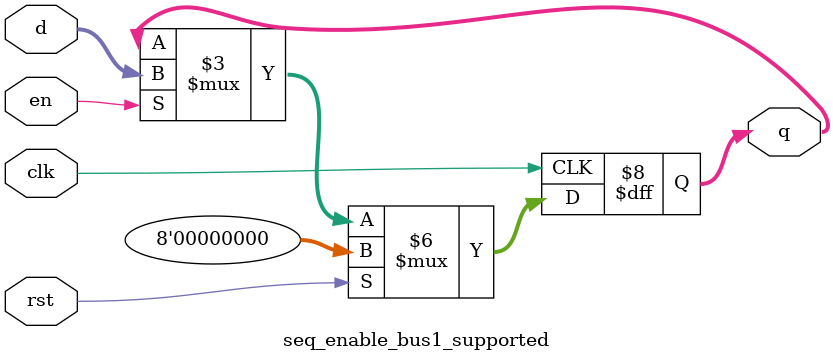
<source format=sv>
module seq_enable_bus1_supported(
  input logic clk,
  input logic rst,
  input logic [0:0] en,
  input logic [7:0] d,
  output logic [7:0] q
);
  always_ff @(posedge clk) begin
    if (rst) q <= 8'h00;
    else if (en) q <= d;
    else q <= q;
  end
endmodule

</source>
